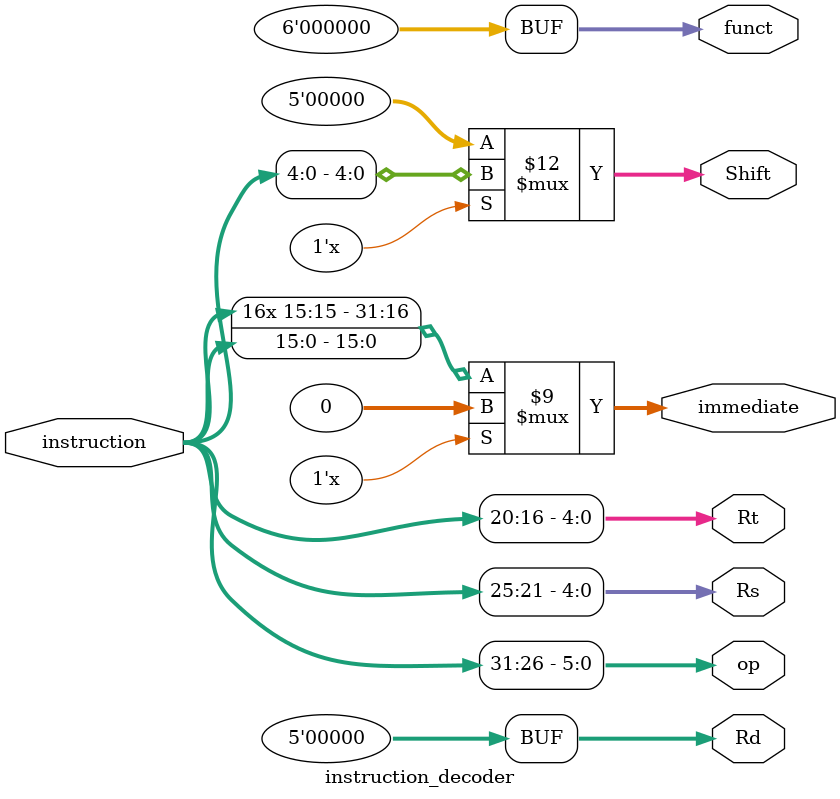
<source format=v>

module instruction_decoder (instruction,op,Rs,Rt,Rd,Shift,funct,immediate);
    input [31:0] instruction;
    output reg [5:0] op,funct;
    output reg [4:0] Rs,Rt,Rd,Shift;
    output reg [31:0] immediate;

    parameter 
        REG = 6'b000000,

        ADDI =  6'b000001,
        SUBI =  6'b000010,
        ANDI =  6'b000011,
        ORI =   6'b000100,
        XORI = 6'b000101,
        NOTI = 6'b000110,
        SLAI = 6'b000111,
        SRLI = 6'b001000,
        SRAI = 6'b001001,
        NORI = 6'b011001,
        SLTI = 6'b011010,
        SGTI = 6'b011011,

        BR =   6'b001010,
        BMI =  6'b001011,
        BPL =  6'b001100,
        BZ =   6'b001101,

        LD =  6'b001110,
        ST =  6'b001111,

        MOVE = 6'b010010,

        PUSH = 6'b010011,
        POP = 6'b010100,
        CALL = 6'b010101, 

        HALT = 6'b010110,
        NOP = 6'b010111,
        RET = 6'b011000;

   always @(*)
        begin
            op <= instruction[31:26];
            case(op)
                // R-type instructions - arithmetic operations
                REG: begin
                    Rs <= instruction[25:21];
                    Rt <= instruction[20:16];
                    Rd <= instruction[15:11];
                    Shift <= instruction[10:6];
                    funct <= instruction[5:0];
                    immediate <= 0;
                end

                // PUSH (instruction of type PUSH Rt)
                // Rs will be used to get SP in this case. also writing to SP will be required so Rd will also be SP
                PUSH: begin
                    Rs <= 16;
                    Rt <= instruction[25:21];
                    Rd <= 16;
                    Shift <= 0;
                    funct <= 0;
                    immediate <= 0; // not used
                end

                // POP (instruction of type POP Rt)
                // Rs will be used to get SP in this case. also writing to SP will be required so Rd will also be SP
                POP: begin
                    Rs <= 16;
                    Rt <= instruction[25:21];
                    Rd <= 16;
                    Shift <= 0;
                    funct <= 0;
                    immediate <= 0; // not used
                end

                // CALL (instruction of type CALL immediate)
                // Rs will be used to get SP in this case. also writing to SP will be required so Rd will also be SP
                CALL: begin
                    Rs <= 16;
                    Rt <= 0;
                    Rd <= 16;
                    Shift <= 0;
                    funct <= 0;
                    immediate <= { {16{instruction[15]}} , instruction[15:0]};
                end

                // RET
                // Rs will be used to get SP in this case. also writing to SP will be required so Rd will also be SP
                RET: begin
                    Rs <= 16;
                    Rt <= 0;
                    Rd <= 16;
                    Shift <= 0;
                    funct <= 0;
                    immediate <= 0;
                end

                // HALT
                HALT: begin
                    Rs <= 0;
                    Rt <= 0;
                    Rd <= 0;
                    Shift <= 0;
                    funct <= 0;
                    immediate <= 0;
                end

                // NOP
                NOP: begin
                    Rs <= 0;
                    Rt <= 0;
                    Rd <= 0;
                    Shift <= 0;
                    funct <= 0;
                    immediate <= 0;
                end
                


                // other I-type instructions 
                default: begin
                    Rs <= instruction[25:21];
                    Rt <= instruction[20:16];
                    Rd <= 0;
                    // in case of shift operations, Shift is the "immediate" field
                    if (op == SRAI || op == SLAI || op == SRLI) Shift <= instruction[4:0];
                    else Shift <= 0;
                    funct <= 0;
                    if (op == MOVE) immediate <= 0; // implementing MOVE as ADDI with immediate = 0
                    else immediate <= { {16{instruction[15]}} , instruction[15:0]};
                end
                
            endcase
        end
endmodule
</source>
